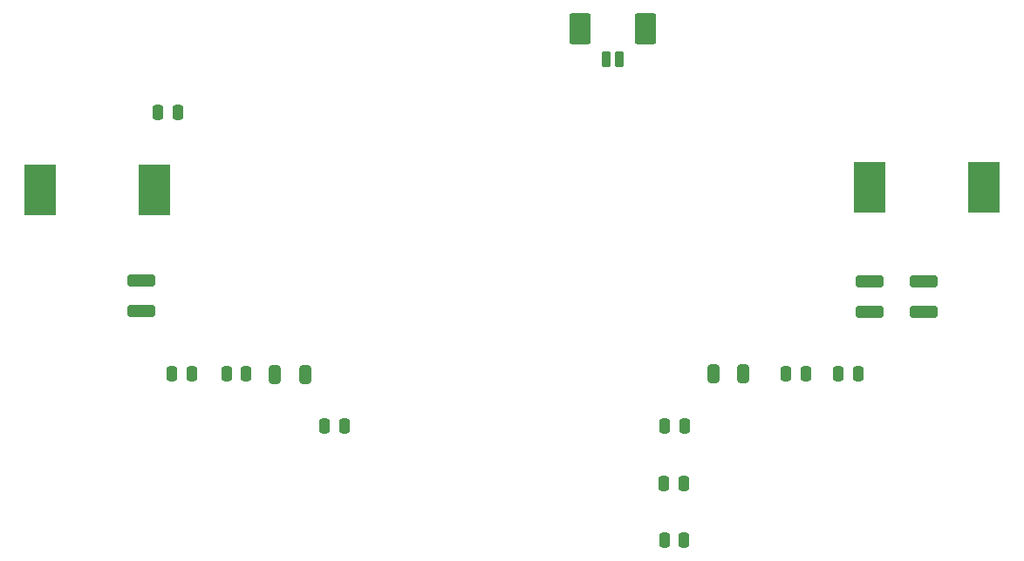
<source format=gbr>
%TF.GenerationSoftware,KiCad,Pcbnew,7.0.9*%
%TF.CreationDate,2023-12-24T18:07:12-08:00*%
%TF.ProjectId,RatatoulliBoard,52617461-746f-4756-9c6c-69426f617264,rev?*%
%TF.SameCoordinates,Original*%
%TF.FileFunction,Paste,Bot*%
%TF.FilePolarity,Positive*%
%FSLAX46Y46*%
G04 Gerber Fmt 4.6, Leading zero omitted, Abs format (unit mm)*
G04 Created by KiCad (PCBNEW 7.0.9) date 2023-12-24 18:07:12*
%MOMM*%
%LPD*%
G01*
G04 APERTURE LIST*
G04 Aperture macros list*
%AMRoundRect*
0 Rectangle with rounded corners*
0 $1 Rounding radius*
0 $2 $3 $4 $5 $6 $7 $8 $9 X,Y pos of 4 corners*
0 Add a 4 corners polygon primitive as box body*
4,1,4,$2,$3,$4,$5,$6,$7,$8,$9,$2,$3,0*
0 Add four circle primitives for the rounded corners*
1,1,$1+$1,$2,$3*
1,1,$1+$1,$4,$5*
1,1,$1+$1,$6,$7*
1,1,$1+$1,$8,$9*
0 Add four rect primitives between the rounded corners*
20,1,$1+$1,$2,$3,$4,$5,0*
20,1,$1+$1,$4,$5,$6,$7,0*
20,1,$1+$1,$6,$7,$8,$9,0*
20,1,$1+$1,$8,$9,$2,$3,0*%
G04 Aperture macros list end*
%ADD10RoundRect,0.250000X-1.100000X0.325000X-1.100000X-0.325000X1.100000X-0.325000X1.100000X0.325000X0*%
%ADD11RoundRect,0.250000X0.250000X0.475000X-0.250000X0.475000X-0.250000X-0.475000X0.250000X-0.475000X0*%
%ADD12RoundRect,0.250000X0.325000X0.650000X-0.325000X0.650000X-0.325000X-0.650000X0.325000X-0.650000X0*%
%ADD13R,3.100000X5.000000*%
%ADD14RoundRect,0.250000X-0.325000X-0.650000X0.325000X-0.650000X0.325000X0.650000X-0.325000X0.650000X0*%
%ADD15RoundRect,0.250000X-0.250000X-0.475000X0.250000X-0.475000X0.250000X0.475000X-0.250000X0.475000X0*%
%ADD16RoundRect,0.200000X-0.200000X-0.600000X0.200000X-0.600000X0.200000X0.600000X-0.200000X0.600000X0*%
%ADD17RoundRect,0.250001X-0.799999X-1.249999X0.799999X-1.249999X0.799999X1.249999X-0.799999X1.249999X0*%
G04 APERTURE END LIST*
D10*
%TO.C,C11*%
X121456044Y-67593552D03*
X121456044Y-64643552D03*
%TD*%
D11*
%TO.C,C14*%
X103423964Y-89819596D03*
X101523964Y-89819596D03*
%TD*%
D12*
%TO.C,F1*%
X66702346Y-73718046D03*
X63752346Y-73718046D03*
%TD*%
D11*
%TO.C,C18*%
X70480000Y-78740000D03*
X68580000Y-78740000D03*
%TD*%
D13*
%TO.C,L1*%
X40960608Y-55793094D03*
X52060608Y-55793094D03*
%TD*%
D11*
%TO.C,R2*%
X60960000Y-73660000D03*
X59060000Y-73660000D03*
%TD*%
%TO.C,C17*%
X103414143Y-84338461D03*
X101514143Y-84338461D03*
%TD*%
D14*
%TO.C,F2*%
X106270000Y-73660000D03*
X109220000Y-73660000D03*
%TD*%
D15*
%TO.C,R6*%
X118430000Y-73660000D03*
X120330000Y-73660000D03*
%TD*%
D11*
%TO.C,C15*%
X103500000Y-78740000D03*
X101600000Y-78740000D03*
%TD*%
D15*
%TO.C,R5*%
X113350000Y-73660000D03*
X115250000Y-73660000D03*
%TD*%
%TO.C,C5*%
X52390000Y-48260000D03*
X54290000Y-48260000D03*
%TD*%
D10*
%TO.C,C12*%
X126702466Y-64643552D03*
X126702466Y-67593552D03*
%TD*%
D16*
%TO.C,J9*%
X95895000Y-43040000D03*
X97145000Y-43040000D03*
D17*
X93345000Y-40140000D03*
X99695000Y-40140000D03*
%TD*%
D11*
%TO.C,R3*%
X55650000Y-73660000D03*
X53750000Y-73660000D03*
%TD*%
D10*
%TO.C,C7*%
X50800000Y-64565000D03*
X50800000Y-67515000D03*
%TD*%
D13*
%TO.C,L2*%
X132550000Y-55500000D03*
X121450000Y-55500000D03*
%TD*%
M02*

</source>
